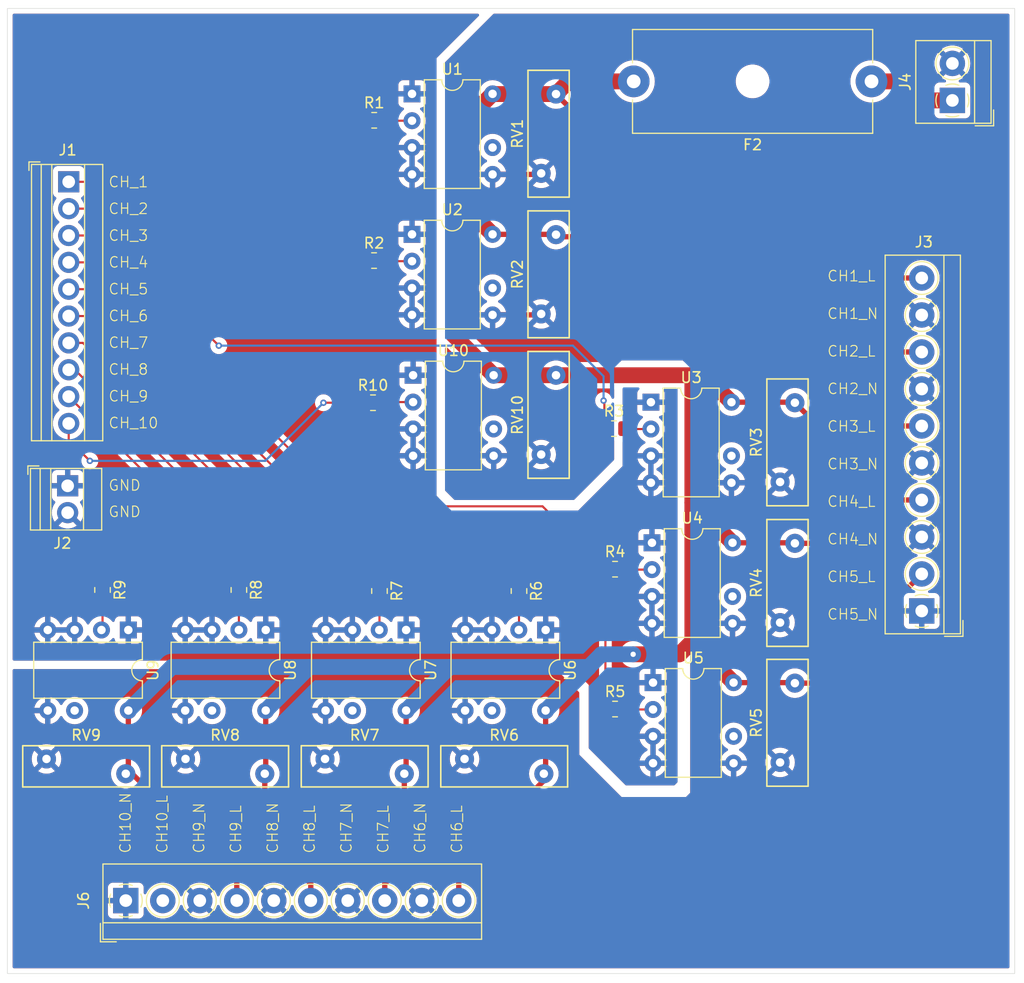
<source format=kicad_pcb>
(kicad_pcb (version 20240108) (generator "pcbnew") (generator_version "8.0")
  (layers (0 "F.Cu" signal) (31 "B.Cu" signal) (34 "B.Paste" user) (35 "F.Paste" user) (36 "B.SilkS" user "B.Silkscreen") (37 "F.SilkS" user "F.Silkscreen") (38 "B.Mask" user) (39 "F.Mask" user) (44 "Edge.Cuts" user))
  (net 0 "")
  (net 1 "/24VAC")
  (net 2 "/CTRL4")
  (net 3 "/CTRL10")
  (net 4 "/CTRL3")
  (net 5 "/CTRL9")
  (net 6 "/CTRL2")
  (net 7 "/CTRL7")
  (net 8 "/CTRL1")
  (net 9 "/CTRL5")
  (net 10 "/CTRL6")
  (net 11 "/CTRL8")
  (net 12 "GND")
  (net 13 "GNDA24")
  (net 14 "Net-(R1-Pad2)")
  (net 15 "Net-(R2-Pad2)")
  (net 16 "Net-(R3-Pad2)")
  (net 17 "Net-(R4-Pad2)")
  (net 18 "Net-(R5-Pad2)")
  (net 19 "Net-(R6-Pad2)")
  (net 20 "Net-(R7-Pad2)")
  (net 21 "Net-(R8-Pad2)")
  (net 22 "Net-(R9-Pad2)")
  (net 23 "Net-(R10-Pad2)")
  (net 34 "/24VACIN")
  (footprint "Varistor:RV_Disc_D12mm_W3.9mm_P7.5mm" (layer "F.Cu") (at 98.9 79.63 -90)
    (property "Reference" "RV5" (at 3.75 3.65 90) (layer "F.SilkS"))
    (property "Value" "48V")
    (pad "1" thru_hole circle (at 0 0 270) (size 1.8 1.8) (drill 0.8) (layers "*.Cu" "*.Mask") (net 1 "/24VAC"))
    (pad "2" thru_hole circle (at 7.5 1.4 270) (size 1.8 1.8) (drill 0.8) (layers "*.Cu" "*.Mask") (net 13 "GNDA24"))
  )
  (footprint "Package_DIP:DIP-8-N7_W7.62mm" (layer "F.Cu") (at 62.68 23.88)
    (property "Reference" "U1" (at 3.81 -2.33 0) (layer "F.SilkS"))
    (property "Value" "AQH3223")
    (pad "1" thru_hole rect (at 0 0) (size 1.6 1.6) (drill 0.8) (layers "*.Cu" "*.Mask") (net 12 "GND"))
    (pad "2" thru_hole oval (at 0 2.54) (size 1.6 1.6) (drill 0.8) (layers "*.Cu" "*.Mask") (net 14 "Net-(R1-Pad2)"))
    (pad "3" thru_hole oval (at 0 5.08) (size 1.6 1.6) (drill 0.8) (layers "*.Cu" "*.Mask") (net 12 "GND"))
    (pad "4" thru_hole oval (at 0 7.62) (size 1.6 1.6) (drill 0.8) (layers "*.Cu" "*.Mask") (net 12 "GND"))
    (pad "5" thru_hole oval (at 7.62 7.62) (size 1.6 1.6) (drill 0.8) (layers "*.Cu" "*.Mask") (net 13 "GNDA24"))
    (pad "6" thru_hole oval (at 7.62 5.08) (size 1.6 1.6) (drill 0.8) (layers "*.Cu" "*.Mask"))
    (pad "8" thru_hole oval (at 7.62 0) (size 1.6 1.6) (drill 0.8) (layers "*.Cu" "*.Mask") (net 1 "/24VAC"))
  )
  (footprint "Resistor_SMD:R_0805_2012Metric" (layer "F.Cu") (at 81.7875 55.55)
    (property "Reference" "R3" (at 0 -1.65 0) (layer "F.SilkS"))
    (property "Value" "100")
    (pad "1" smd roundrect (at -0.9125 0) (size 1.025 1.4) (layers "F.Cu" "F.Paste" "F.Mask") (roundrect_rratio 0.243902) (net 4 "/CTRL3"))
    (pad "2" smd roundrect (at 0.9125 0) (size 1.025 1.4) (layers "F.Cu" "F.Paste" "F.Mask") (roundrect_rratio 0.243902) (net 16 "Net-(R3-Pad2)"))
  )
  (footprint "Resistor_SMD:R_0805_2012Metric" (layer "F.Cu") (at 81.8875 68.85)
    (property "Reference" "R4" (at 0 -1.65 0) (layer "F.SilkS"))
    (property "Value" "100")
    (pad "1" smd roundrect (at -0.9125 0) (size 1.025 1.4) (layers "F.Cu" "F.Paste" "F.Mask") (roundrect_rratio 0.243902) (net 2 "/CTRL4"))
    (pad "2" smd roundrect (at 0.9125 0) (size 1.025 1.4) (layers "F.Cu" "F.Paste" "F.Mask") (roundrect_rratio 0.243902) (net 17 "Net-(R4-Pad2)"))
  )
  (footprint "Varistor:RV_Disc_D12mm_W3.9mm_P7.5mm" (layer "F.Cu") (at 76.3 23.9 -90)
    (property "Reference" "RV1" (at 3.75 3.65 90) (layer "F.SilkS"))
    (property "Value" "48V")
    (pad "1" thru_hole circle (at 0 0 270) (size 1.8 1.8) (drill 0.8) (layers "*.Cu" "*.Mask") (net 1 "/24VAC"))
    (pad "2" thru_hole circle (at 7.5 1.4 270) (size 1.8 1.8) (drill 0.8) (layers "*.Cu" "*.Mask") (net 13 "GNDA24"))
  )
  (footprint "Package_DIP:DIP-8-N7_W7.62mm" (layer "F.Cu") (at 62.68 37.17)
    (property "Reference" "U2" (at 3.81 -2.33 0) (layer "F.SilkS"))
    (property "Value" "AQH3223")
    (pad "1" thru_hole rect (at 0 0) (size 1.6 1.6) (drill 0.8) (layers "*.Cu" "*.Mask") (net 12 "GND"))
    (pad "2" thru_hole oval (at 0 2.54) (size 1.6 1.6) (drill 0.8) (layers "*.Cu" "*.Mask") (net 15 "Net-(R2-Pad2)"))
    (pad "3" thru_hole oval (at 0 5.08) (size 1.6 1.6) (drill 0.8) (layers "*.Cu" "*.Mask") (net 12 "GND"))
    (pad "4" thru_hole oval (at 0 7.62) (size 1.6 1.6) (drill 0.8) (layers "*.Cu" "*.Mask") (net 12 "GND"))
    (pad "5" thru_hole oval (at 7.62 7.62) (size 1.6 1.6) (drill 0.8) (layers "*.Cu" "*.Mask") (net 13 "GNDA24"))
    (pad "6" thru_hole oval (at 7.62 5.08) (size 1.6 1.6) (drill 0.8) (layers "*.Cu" "*.Mask"))
    (pad "8" thru_hole oval (at 7.62 0) (size 1.6 1.6) (drill 0.8) (layers "*.Cu" "*.Mask") (net 1 "/24VAC"))
  )
  (footprint "Varistor:RV_Disc_D12mm_W3.9mm_P7.5mm" (layer "F.Cu") (at 76.3 37.2 -90)
    (property "Reference" "RV2" (at 3.75 3.65 90) (layer "F.SilkS"))
    (property "Value" "48V")
    (pad "1" thru_hole circle (at 0 0 270) (size 1.8 1.8) (drill 0.8) (layers "*.Cu" "*.Mask") (net 1 "/24VAC"))
    (pad "2" thru_hole circle (at 7.5 1.4 270) (size 1.8 1.8) (drill 0.8) (layers "*.Cu" "*.Mask") (net 13 "GNDA24"))
  )
  (footprint "Package_DIP:DIP-8-N7_W7.62mm" (layer "F.Cu") (at 75.32 74.6 -90)
    (property "Reference" "U6" (at 3.81 -2.33 90) (layer "F.SilkS"))
    (property "Value" "AQH3223")
    (pad "1" thru_hole rect (at 0 0 270) (size 1.6 1.6) (drill 0.8) (layers "*.Cu" "*.Mask") (net 12 "GND"))
    (pad "2" thru_hole oval (at 0 2.54 270) (size 1.6 1.6) (drill 0.8) (layers "*.Cu" "*.Mask") (net 19 "Net-(R6-Pad2)"))
    (pad "3" thru_hole oval (at 0 5.08 270) (size 1.6 1.6) (drill 0.8) (layers "*.Cu" "*.Mask") (net 12 "GND"))
    (pad "4" thru_hole oval (at 0 7.62 270) (size 1.6 1.6) (drill 0.8) (layers "*.Cu" "*.Mask") (net 12 "GND"))
    (pad "5" thru_hole oval (at 7.62 7.62 270) (size 1.6 1.6) (drill 0.8) (layers "*.Cu" "*.Mask") (net 13 "GNDA24"))
    (pad "6" thru_hole oval (at 7.62 5.08 270) (size 1.6 1.6) (drill 0.8) (layers "*.Cu" "*.Mask"))
    (pad "8" thru_hole oval (at 7.62 0 270) (size 1.6 1.6) (drill 0.8) (layers "*.Cu" "*.Mask") (net 1 "/24VAC"))
  )
  (footprint "Package_DIP:DIP-8-N7_W7.62mm" (layer "F.Cu") (at 48.84 74.6 -90)
    (property "Reference" "U8" (at 3.81 -2.33 90) (layer "F.SilkS"))
    (property "Value" "AQH3223")
    (pad "1" thru_hole rect (at 0 0 270) (size 1.6 1.6) (drill 0.8) (layers "*.Cu" "*.Mask") (net 12 "GND"))
    (pad "2" thru_hole oval (at 0 2.54 270) (size 1.6 1.6) (drill 0.8) (layers "*.Cu" "*.Mask") (net 21 "Net-(R8-Pad2)"))
    (pad "3" thru_hole oval (at 0 5.08 270) (size 1.6 1.6) (drill 0.8) (layers "*.Cu" "*.Mask") (net 12 "GND"))
    (pad "4" thru_hole oval (at 0 7.62 270) (size 1.6 1.6) (drill 0.8) (layers "*.Cu" "*.Mask") (net 12 "GND"))
    (pad "5" thru_hole oval (at 7.62 7.62 270) (size 1.6 1.6) (drill 0.8) (layers "*.Cu" "*.Mask") (net 13 "GNDA24"))
    (pad "6" thru_hole oval (at 7.62 5.08 270) (size 1.6 1.6) (drill 0.8) (layers "*.Cu" "*.Mask"))
    (pad "8" thru_hole oval (at 7.62 0 270) (size 1.6 1.6) (drill 0.8) (layers "*.Cu" "*.Mask") (net 1 "/24VAC"))
  )
  (footprint "TerminalBlock:TerminalBlock_Xinya_XY308-2.54-10P_1x10_P2.54mm_Horizontal" (layer "F.Cu") (at 30.2 32.2 -90)
    (property "Reference" "J1" (at -3 0.1 180) (layer "F.SilkS"))
    (property "Value" "CONTROL_BUS")
    (pad "1" thru_hole rect (at 0 0 270) (size 2 2) (drill 1.2) (layers "*.Cu" "*.Mask") (net 8 "/CTRL1"))
    (pad "2" thru_hole circle (at 2.54 0 270) (size 2 2) (drill 1.2) (layers "*.Cu" "*.Mask") (net 6 "/CTRL2"))
    (pad "3" thru_hole circle (at 5.08 0 270) (size 2 2) (drill 1.2) (layers "*.Cu" "*.Mask") (net 4 "/CTRL3"))
    (pad "4" thru_hole circle (at 7.62 0 270) (size 2 2) (drill 1.2) (layers "*.Cu" "*.Mask") (net 2 "/CTRL4"))
    (pad "5" thru_hole circle (at 10.16 0 270) (size 2 2) (drill 1.2) (layers "*.Cu" "*.Mask") (net 9 "/CTRL5"))
    (pad "6" thru_hole circle (at 12.7 0 270) (size 2 2) (drill 1.2) (layers "*.Cu" "*.Mask") (net 10 "/CTRL6"))
    (pad "7" thru_hole circle (at 15.24 0 270) (size 2 2) (drill 1.2) (layers "*.Cu" "*.Mask") (net 7 "/CTRL7"))
    (pad "8" thru_hole circle (at 17.78 0 270) (size 2 2) (drill 1.2) (layers "*.Cu" "*.Mask") (net 11 "/CTRL8"))
    (pad "9" thru_hole circle (at 20.32 0 270) (size 2 2) (drill 1.2) (layers "*.Cu" "*.Mask") (net 5 "/CTRL9"))
    (pad "10" thru_hole circle (at 22.86 0 270) (size 2 2) (drill 1.2) (layers "*.Cu" "*.Mask") (net 3 "/CTRL10"))
  )
  (footprint "Package_DIP:DIP-8-N7_W7.62mm" (layer "F.Cu") (at 35.84 74.6 -90)
    (property "Reference" "U9" (at 3.81 -2.33 90) (layer "F.SilkS"))
    (property "Value" "AQH3223")
    (pad "1" thru_hole rect (at 0 0 270) (size 1.6 1.6) (drill 0.8) (layers "*.Cu" "*.Mask") (net 12 "GND"))
    (pad "2" thru_hole oval (at 0 2.54 270) (size 1.6 1.6) (drill 0.8) (layers "*.Cu" "*.Mask") (net 22 "Net-(R9-Pad2)"))
    (pad "3" thru_hole oval (at 0 5.08 270) (size 1.6 1.6) (drill 0.8) (layers "*.Cu" "*.Mask") (net 12 "GND"))
    (pad "4" thru_hole oval (at 0 7.62 270) (size 1.6 1.6) (drill 0.8) (layers "*.Cu" "*.Mask") (net 12 "GND"))
    (pad "5" thru_hole oval (at 7.62 7.62 270) (size 1.6 1.6) (drill 0.8) (layers "*.Cu" "*.Mask") (net 13 "GNDA24"))
    (pad "6" thru_hole oval (at 7.62 5.08 270) (size 1.6 1.6) (drill 0.8) (layers "*.Cu" "*.Mask"))
    (pad "8" thru_hole oval (at 7.62 0 270) (size 1.6 1.6) (drill 0.8) (layers "*.Cu" "*.Mask") (net 1 "/24VAC"))
  )
  (footprint "Package_DIP:DIP-8-N7_W7.62mm" (layer "F.Cu") (at 62.12 74.6 -90)
    (property "Reference" "U7" (at 3.81 -2.33 90) (layer "F.SilkS"))
    (property "Value" "AQH3223")
    (pad "1" thru_hole rect (at 0 0 270) (size 1.6 1.6) (drill 0.8) (layers "*.Cu" "*.Mask") (net 12 "GND"))
    (pad "2" thru_hole oval (at 0 2.54 270) (size 1.6 1.6) (drill 0.8) (layers "*.Cu" "*.Mask") (net 20 "Net-(R7-Pad2)"))
    (pad "3" thru_hole oval (at 0 5.08 270) (size 1.6 1.6) (drill 0.8) (layers "*.Cu" "*.Mask") (net 12 "GND"))
    (pad "4" thru_hole oval (at 0 7.62 270) (size 1.6 1.6) (drill 0.8) (layers "*.Cu" "*.Mask") (net 12 "GND"))
    (pad "5" thru_hole oval (at 7.62 7.62 270) (size 1.6 1.6) (drill 0.8) (layers "*.Cu" "*.Mask") (net 13 "GNDA24"))
    (pad "6" thru_hole oval (at 7.62 5.08 270) (size 1.6 1.6) (drill 0.8) (layers "*.Cu" "*.Mask"))
    (pad "8" thru_hole oval (at 7.62 0 270) (size 1.6 1.6) (drill 0.8) (layers "*.Cu" "*.Mask") (net 1 "/24VAC"))
  )
  (footprint "TerminalBlock_4Ucon:TerminalBlock_4Ucon_1x10_P3.50mm_Horizontal" (layer "F.Cu") (at 35.6 100.2)
    (property "Reference" "J6" (at -4 0 90) (layer "F.SilkS"))
    (property "Value" "SolenoidValveOutput6_10")
    (pad "1" thru_hole rect (at 0 0) (size 2.4 2.4) (drill 1.2) (layers "*.Cu" "*.Mask") (net 13 "GNDA24"))
    (pad "2" thru_hole circle (at 3.5 0) (size 2.4 2.4) (drill 1.2) (layers "*.Cu" "*.Mask") (net 1 "/24VAC"))
    (pad "3" thru_hole circle (at 7 0) (size 2.4 2.4) (drill 1.2) (layers "*.Cu" "*.Mask") (net 13 "GNDA24"))
    (pad "4" thru_hole circle (at 10.5 0) (size 2.4 2.4) (drill 1.2) (layers "*.Cu" "*.Mask") (net 1 "/24VAC"))
    (pad "5" thru_hole circle (at 14 0) (size 2.4 2.4) (drill 1.2) (layers "*.Cu" "*.Mask") (net 13 "GNDA24"))
    (pad "6" thru_hole circle (at 17.5 0) (size 2.4 2.4) (drill 1.2) (layers "*.Cu" "*.Mask") (net 1 "/24VAC"))
    (pad "7" thru_hole circle (at 21 0) (size 2.4 2.4) (drill 1.2) (layers "*.Cu" "*.Mask") (net 13 "GNDA24"))
    (pad "8" thru_hole circle (at 24.5 0) (size 2.4 2.4) (drill 1.2) (layers "*.Cu" "*.Mask") (net 1 "/24VAC"))
    (pad "9" thru_hole circle (at 28 0) (size 2.4 2.4) (drill 1.2) (layers "*.Cu" "*.Mask") (net 13 "GNDA24"))
    (pad "10" thru_hole circle (at 31.5 0) (size 2.4 2.4) (drill 1.2) (layers "*.Cu" "*.Mask") (net 1 "/24VAC"))
  )
  (footprint "Package_DIP:DIP-8-N7_W7.62mm" (layer "F.Cu") (at 62.78 50.5)
    (property "Reference" "U10" (at 3.81 -2.33 360) (layer "F.SilkS"))
    (property "Value" "AQH3223")
    (pad "1" thru_hole rect (at 0 0) (size 1.6 1.6) (drill 0.8) (layers "*.Cu" "*.Mask") (net 12 "GND"))
    (pad "2" thru_hole oval (at 0 2.54) (size 1.6 1.6) (drill 0.8) (layers "*.Cu" "*.Mask") (net 23 "Net-(R10-Pad2)"))
    (pad "3" thru_hole oval (at 0 5.08) (size 1.6 1.6) (drill 0.8) (layers "*.Cu" "*.Mask") (net 12 "GND"))
    (pad "4" thru_hole oval (at 0 7.62) (size 1.6 1.6) (drill 0.8) (layers "*.Cu" "*.Mask") (net 12 "GND"))
    (pad "5" thru_hole oval (at 7.62 7.62) (size 1.6 1.6) (drill 0.8) (layers "*.Cu" "*.Mask") (net 13 "GNDA24"))
    (pad "6" thru_hole oval (at 7.62 5.08) (size 1.6 1.6) (drill 0.8) (layers "*.Cu" "*.Mask"))
    (pad "8" thru_hole oval (at 7.62 0) (size 1.6 1.6) (drill 0.8) (layers "*.Cu" "*.Mask") (net 1 "/24VAC"))
  )
  (footprint "Varistor:RV_Disc_D12mm_W3.9mm_P7.5mm" (layer "F.Cu") (at 98.9 66.4 -90)
    (property "Reference" "RV4" (at 3.75 3.65 90) (layer "F.SilkS"))
    (property "Value" "48V")
    (pad "1" thru_hole circle (at 0 0 270) (size 1.8 1.8) (drill 0.8) (layers "*.Cu" "*.Mask") (net 1 "/24VAC"))
    (pad "2" thru_hole circle (at 7.5 1.4 270) (size 1.8 1.8) (drill 0.8) (layers "*.Cu" "*.Mask") (net 13 "GNDA24"))
  )
  (footprint "Varistor:RV_Disc_D12mm_W3.9mm_P7.5mm" (layer "F.Cu") (at 61.95 88.2 180)
    (property "Reference" "RV7" (at 3.75 3.65 360) (layer "F.SilkS"))
    (property "Value" "48V")
    (pad "1" thru_hole circle (at 0 0 180) (size 1.8 1.8) (drill 0.8) (layers "*.Cu" "*.Mask") (net 1 "/24VAC"))
    (pad "2" thru_hole circle (at 7.5 1.4 180) (size 1.8 1.8) (drill 0.8) (layers "*.Cu" "*.Mask") (net 13 "GNDA24"))
  )
  (footprint "Resistor_SMD:R_0805_2012Metric" (layer "F.Cu") (at 58.9875 53.1)
    (property "Reference" "R10" (at 0 -1.65 0) (layer "F.SilkS"))
    (property "Value" "100")
    (pad "1" smd roundrect (at -0.9125 0) (size 1.025 1.4) (layers "F.Cu" "F.Paste" "F.Mask") (roundrect_rratio 0.243902) (net 3 "/CTRL10"))
    (pad "2" smd roundrect (at 0.9125 0) (size 1.025 1.4) (layers "F.Cu" "F.Paste" "F.Mask") (roundrect_rratio 0.243902) (net 23 "Net-(R10-Pad2)"))
  )
  (footprint "Varistor:RV_Disc_D12mm_W3.9mm_P7.5mm" (layer "F.Cu") (at 76.3 50.5 -90)
    (property "Reference" "RV10" (at 3.75 3.65 90) (layer "F.SilkS"))
    (property "Value" "48V")
    (pad "1" thru_hole circle (at 0 0 270) (size 1.8 1.8) (drill 0.8) (layers "*.Cu" "*.Mask") (net 1 "/24VAC"))
    (pad "2" thru_hole circle (at 7.5 1.4 270) (size 1.8 1.8) (drill 0.8) (layers "*.Cu" "*.Mask") (net 13 "GNDA24"))
  )
  (footprint "Resistor_SMD:R_0805_2012Metric" (layer "F.Cu") (at 59.1 26.38)
    (property "Reference" "R1" (at 0 -1.65 0) (layer "F.SilkS"))
    (property "Value" "100")
    (pad "1" smd roundrect (at -0.9125 0) (size 1.025 1.4) (layers "F.Cu" "F.Paste" "F.Mask") (roundrect_rratio 0.243902) (net 8 "/CTRL1"))
    (pad "2" smd roundrect (at 0.9125 0) (size 1.025 1.4) (layers "F.Cu" "F.Paste" "F.Mask") (roundrect_rratio 0.243902) (net 14 "Net-(R1-Pad2)"))
  )
  (footprint "Fuse:Fuseholder_Cylinder-5x20mm_Schurter_0031_8201_Horizontal_Open" (layer "F.Cu") (at 106.15 22.7 180)
    (property "Reference" "F2" (at 11.25 -6 360) (layer "F.SilkS"))
    (property "Value" "3A")
    (pad "" np_thru_hole circle (at 11.25 0 180) (size 2.7 2.7) (drill 2.7) (layers "*.Cu" "*.Mask"))
    (pad "1" thru_hole circle (at 0 0 180) (size 3 3) (drill 1.3) (layers "*.Cu" "*.Mask") (net 34 "/24VACIN"))
    (pad "2" thru_hole circle (at 22.5 0 180) (size 3 3) (drill 1.3) (layers "*.Cu" "*.Mask") (net 1 "/24VAC"))
  )
  (footprint "Resistor_SMD:R_0805_2012Metric" (layer "F.Cu") (at 46.3 70.8125 -90)
    (property "Reference" "R8" (at 0 -1.65 90) (layer "F.SilkS"))
    (property "Value" "100")
    (pad "1" smd roundrect (at -0.9125 0 270) (size 1.025 1.4) (layers "F.Cu" "F.Paste" "F.Mask") (roundrect_rratio 0.243902) (net 11 "/CTRL8"))
    (pad "2" smd roundrect (at 0.9125 0 270) (size 1.025 1.4) (layers "F.Cu" "F.Paste" "F.Mask") (roundrect_rratio 0.243902) (net 21 "Net-(R8-Pad2)"))
  )
  (footprint "Resistor_SMD:R_0805_2012Metric" (layer "F.Cu") (at 59.6 70.9125 -90)
    (property "Reference" "R7" (at 0 -1.65 90) (layer "F.SilkS"))
    (property "Value" "100")
    (pad "1" smd roundrect (at -0.9125 0 270) (size 1.025 1.4) (layers "F.Cu" "F.Paste" "F.Mask") (roundrect_rratio 0.243902) (net 7 "/CTRL7"))
    (pad "2" smd roundrect (at 0.9125 0 270) (size 1.025 1.4) (layers "F.Cu" "F.Paste" "F.Mask") (roundrect_rratio 0.243902) (net 20 "Net-(R7-Pad2)"))
  )
  (footprint "Resistor_SMD:R_0805_2012Metric" (layer "F.Cu") (at 33.4 70.8125 -90)
    (property "Reference" "R9" (at 0 -1.65 90) (layer "F.SilkS"))
    (property "Value" "100")
    (pad "1" smd roundrect (at -0.9125 0 270) (size 1.025 1.4) (layers "F.Cu" "F.Paste" "F.Mask") (roundrect_rratio 0.243902) (net 5 "/CTRL9"))
    (pad "2" smd roundrect (at 0.9125 0 270) (size 1.025 1.4) (layers "F.Cu" "F.Paste" "F.Mask") (roundrect_rratio 0.243902) (net 22 "Net-(R9-Pad2)"))
  )
  (footprint "TerminalBlock_4Ucon:TerminalBlock_4Ucon_1x10_P3.50mm_Horizontal" (layer "F.Cu") (at 110.9 72.8 90)
    (property "Reference" "J3" (at 34.9 0.2 180) (layer "F.SilkS"))
    (property "Value" "SolenoidValveOutput1_5")
    (pad "1" thru_hole rect (at 0 0 90) (size 2.4 2.4) (drill 1.2) (layers "*.Cu" "*.Mask") (net 13 "GNDA24"))
    (pad "2" thru_hole circle (at 3.5 0 90) (size 2.4 2.4) (drill 1.2) (layers "*.Cu" "*.Mask") (net 1 "/24VAC"))
    (pad "3" thru_hole circle (at 7 0 90) (size 2.4 2.4) (drill 1.2) (layers "*.Cu" "*.Mask") (net 13 "GNDA24"))
    (pad "4" thru_hole circle (at 10.5 0 90) (size 2.4 2.4) (drill 1.2) (layers "*.Cu" "*.Mask") (net 1 "/24VAC"))
    (pad "5" thru_hole circle (at 14 0 90) (size 2.4 2.4) (drill 1.2) (layers "*.Cu" "*.Mask") (net 13 "GNDA24"))
    (pad "6" thru_hole circle (at 17.5 0 90) (size 2.4 2.4) (drill 1.2) (layers "*.Cu" "*.Mask") (net 1 "/24VAC"))
    (pad "7" thru_hole circle (at 21 0 90) (size 2.4 2.4) (drill 1.2) (layers "*.Cu" "*.Mask") (net 13 "GNDA24"))
    (pad "8" thru_hole circle (at 24.5 0 90) (size 2.4 2.4) (drill 1.2) (layers "*.Cu" "*.Mask") (net 1 "/24VAC"))
    (pad "9" thru_hole circle (at 28 0 90) (size 2.4 2.4) (drill 1.2) (layers "*.Cu" "*.Mask") (net 13 "GNDA24"))
    (pad "10" thru_hole circle (at 31.5 0 90) (size 2.4 2.4) (drill 1.2) (layers "*.Cu" "*.Mask") (net 1 "/24VAC"))
  )
  (footprint "Resistor_SMD:R_0805_2012Metric" (layer "F.Cu") (at 81.8875 82.08)
    (property "Reference" "R5" (at 0 -1.65 0) (layer "F.SilkS"))
    (property "Value" "100")
    (pad "1" smd roundrect (at -0.9125 0) (size 1.025 1.4) (layers "F.Cu" "F.Paste" "F.Mask") (roundrect_rratio 0.243902) (net 9 "/CTRL5"))
    (pad "2" smd roundrect (at 0.9125 0) (size 1.025 1.4) (layers "F.Cu" "F.Paste" "F.Mask") (roundrect_rratio 0.243902) (net 18 "Net-(R5-Pad2)"))
  )
  (footprint "Varistor:RV_Disc_D12mm_W3.9mm_P7.5mm" (layer "F.Cu") (at 48.75 88.2 180)
    (property "Reference" "RV8" (at 3.75 3.65 360) (layer "F.SilkS"))
    (property "Value" "48V")
    (pad "1" thru_hole circle (at 0 0 180) (size 1.8 1.8) (drill 0.8) (layers "*.Cu" "*.Mask") (net 1 "/24VAC"))
    (pad "2" thru_hole circle (at 7.5 1.4 180) (size 1.8 1.8) (drill 0.8) (layers "*.Cu" "*.Mask") (net 13 "GNDA24"))
  )
  (footprint "Resistor_SMD:R_0805_2012Metric" (layer "F.Cu") (at 59.0875 39.65)
    (property "Reference" "R2" (at 0 -1.65 0) (layer "F.SilkS"))
    (property "Value" "100")
    (pad "1" smd roundrect (at -0.9125 0) (size 1.025 1.4) (layers "F.Cu" "F.Paste" "F.Mask") (roundrect_rratio 0.243902) (net 6 "/CTRL2"))
    (pad "2" smd roundrect (at 0.9125 0) (size 1.025 1.4) (layers "F.Cu" "F.Paste" "F.Mask") (roundrect_rratio 0.243902) (net 15 "Net-(R2-Pad2)"))
  )
  (footprint "Varistor:RV_Disc_D12mm_W3.9mm_P7.5mm" (layer "F.Cu") (at 98.9 53.1 -90)
    (property "Reference" "RV3" (at 3.75 3.65 90) (layer "F.SilkS"))
    (property "Value" "48V")
    (pad "1" thru_hole circle (at 0 0 270) (size 1.8 1.8) (drill 0.8) (layers "*.Cu" "*.Mask") (net 1 "/24VAC"))
    (pad "2" thru_hole circle (at 7.5 1.4 270) (size 1.8 1.8) (drill 0.8) (layers "*.Cu" "*.Mask") (net 13 "GNDA24"))
  )
  (footprint "Varistor:RV_Disc_D12mm_W3.9mm_P7.5mm" (layer "F.Cu") (at 75.15 88.2 180)
    (property "Reference" "RV6" (at 3.75 3.65 360) (layer "F.SilkS"))
    (property "Value" "48V")
    (pad "1" thru_hole circle (at 0 0 180) (size 1.8 1.8) (drill 0.8) (layers "*.Cu" "*.Mask") (net 1 "/24VAC"))
    (pad "2" thru_hole circle (at 7.5 1.4 180) (size 1.8 1.8) (drill 0.8) (layers "*.Cu" "*.Mask") (net 13 "GNDA24"))
  )
  (footprint "Resistor_SMD:R_0805_2012Metric" (layer "F.Cu") (at 72.8 70.9125 -90)
    (property "Reference" "R6" (at 0 -1.65 90) (layer "F.SilkS"))
    (property "Value" "100")
    (pad "1" smd roundrect (at -0.9125 0 270) (size 1.025 1.4) (layers "F.Cu" "F.Paste" "F.Mask") (roundrect_rratio 0.243902) (net 10 "/CTRL6"))
    (pad "2" smd roundrect (at 0.9125 0 270) (size 1.025 1.4) (layers "F.Cu" "F.Paste" "F.Mask") (roundrect_rratio 0.243902) (net 19 "Net-(R6-Pad2)"))
  )
  (footprint "Package_DIP:DIP-8-N7_W7.62mm" (layer "F.Cu") (at 85.28 53.05)
    (property "Reference" "U3" (at 3.81 -2.33 0) (layer "F.SilkS"))
    (property "Value" "AQH3223")
    (pad "1" thru_hole rect (at 0 0) (size 1.6 1.6) (drill 0.8) (layers "*.Cu" "*.Mask") (net 12 "GND"))
    (pad "2" thru_hole oval (at 0 2.54) (size 1.6 1.6) (drill 0.8) (layers "*.Cu" "*.Mask") (net 16 "Net-(R3-Pad2)"))
    (pad "3" thru_hole oval (at 0 5.08) (size 1.6 1.6) (drill 0.8) (layers "*.Cu" "*.Mask") (net 12 "GND"))
    (pad "4" thru_hole oval (at 0 7.62) (size 1.6 1.6) (drill 0.8) (layers "*.Cu" "*.Mask") (net 12 "GND"))
    (pad "5" thru_hole oval (at 7.62 7.62) (size 1.6 1.6) (drill 0.8) (layers "*.Cu" "*.Mask") (net 13 "GNDA24"))
    (pad "6" thru_hole oval (at 7.62 5.08) (size 1.6 1.6) (drill 0.8) (layers "*.Cu" "*.Mask"))
    (pad "8" thru_hole oval (at 7.62 0) (size 1.6 1.6) (drill 0.8) (layers "*.Cu" "*.Mask") (net 1 "/24VAC"))
  )
  (footprint "TerminalBlock_4Ucon:TerminalBlock_4Ucon_1x02_P3.50mm_Horizontal" (layer "F.Cu") (at 113.8 24.5 90)
    (property "Reference" "J4" (at 1.75 -4.46 90) (layer "F.SilkS"))
    (property "Value" "24VAC")
    (pad "1" thru_hole rect (at 0 0 90) (size 2.4 2.4) (drill 1.2) (layers "*.Cu" "*.Mask") (net 34 "/24VACIN"))
    (pad "2" thru_hole circle (at 3.5 0 90) (size 2.4 2.4) (drill 1.2) (layers "*.Cu" "*.Mask") (net 13 "GNDA24"))
  )
  (footprint "Varistor:RV_Disc_D12mm_W3.9mm_P7.5mm" (layer "F.Cu") (at 35.6 88.2 180)
    (property "Reference" "RV9" (at 3.75 3.65 360) (layer "F.SilkS"))
    (property "Value" "48V")
    (pad "1" thru_hole circle (at 0 0 180) (size 1.8 1.8) (drill 0.8) (layers "*.Cu" "*.Mask") (net 1 "/24VAC"))
    (pad "2" thru_hole circle (at 7.5 1.4 180) (size 1.8 1.8) (drill 0.8) (layers "*.Cu" "*.Mask") (net 13 "GNDA24"))
  )
  (footprint "Package_DIP:DIP-8-N7_W7.62mm" (layer "F.Cu") (at 85.38 66.35)
    (property "Reference" "U4" (at 3.81 -2.33 0) (layer "F.SilkS"))
    (property "Value" "AQH3223")
    (pad "1" thru_hole rect (at 0 0) (size 1.6 1.6) (drill 0.8) (layers "*.Cu" "*.Mask") (net 12 "GND"))
    (pad "2" thru_hole oval (at 0 2.54) (size 1.6 1.6) (drill 0.8) (layers "*.Cu" "*.Mask") (net 17 "Net-(R4-Pad2)"))
    (pad "3" thru_hole oval (at 0 5.08) (size 1.6 1.6) (drill 0.8) (layers "*.Cu" "*.Mask") (net 12 "GND"))
    (pad "4" thru_hole oval (at 0 7.62) (size 1.6 1.6) (drill 0.8) (layers "*.Cu" "*.Mask") (net 12 "GND"))
    (pad "5" thru_hole oval (at 7.62 7.62) (size 1.6 1.6) (drill 0.8) (layers "*.Cu" "*.Mask") (net 13 "GNDA24"))
    (pad "6" thru_hole oval (at 7.62 5.08) (size 1.6 1.6) (drill 0.8) (layers "*.Cu" "*.Mask"))
    (pad "8" thru_hole oval (at 7.62 0) (size 1.6 1.6) (drill 0.8) (layers "*.Cu" "*.Mask") (net 1 "/24VAC"))
  )
  (footprint "Package_DIP:DIP-8-N7_W7.62mm" (layer "F.Cu") (at 85.48 79.58)
    (property "Reference" "U5" (at 3.81 -2.33 0) (layer "F.SilkS"))
    (property "Value" "AQH3223")
    (pad "1" thru_hole rect (at 0 0) (size 1.6 1.6) (drill 0.8) (layers "*.Cu" "*.Mask") (net 12 "GND"))
    (pad "2" thru_hole oval (at 0 2.54) (size 1.6 1.6) (drill 0.8) (layers "*.Cu" "*.Mask") (net 18 "Net-(R5-Pad2)"))
    (pad "3" thru_hole oval (at 0 5.08) (size 1.6 1.6) (drill 0.8) (layers "*.Cu" "*.Mask") (net 12 "GND"))
    (pad "4" thru_hole oval (at 0 7.62) (size 1.6 1.6) (drill 0.8) (layers "*.Cu" "*.Mask") (net 12 "GND"))
    (pad "5" thru_hole oval (at 7.62 7.62) (size 1.6 1.6) (drill 0.8) (layers "*.Cu" "*.Mask") (net 13 "GNDA24"))
    (pad "6" thru_hole oval (at 7.62 5.08) (size 1.6 1.6) (drill 0.8) (layers "*.Cu" "*.Mask"))
    (pad "8" thru_hole oval (at 7.62 0) (size 1.6 1.6) (drill 0.8) (layers "*.Cu" "*.Mask") (net 1 "/24VAC"))
  )
  (footprint "TerminalBlock:TerminalBlock_Xinya_XY308-2.54-2P_1x02_P2.54mm_Horizontal" (layer "F.Cu") (at 30.1 60.96 -90)
    (property "Reference" "J2" (at 5.44 0.5 180) (layer "F.SilkS"))
    (property "Value" "GND")
    (pad "1" thru_hole rect (at 0 0 270) (size 2 2) (drill 1.2) (layers "*.Cu" "*.Mask") (net 12 "GND"))
    (pad "2" thru_hole circle (at 2.54 0 270) (size 2 2) (drill 1.2) (layers "*.Cu" "*.Mask") (net 12 "GND"))
  )
  (gr_rect (start 24.4 15.8) (end 119.7 107.1) (stroke (width 0.05)) (fill none) (layer "Edge.Cuts"))
  (gr_text "CH_8" (at 33.9 50.533331 0) (layer "F.SilkS") (effects (font (size 1 1) (thickness 0.1)) (justify left bottom)))
  (gr_text "CH7_N" (at 57.048145 95.8 90) (layer "F.SilkS") (effects (font (size 1 1) (thickness 0.1)) (justify left bottom)))
  (gr_text "CH_9" (at 33.9 53.066664 0) (layer "F.SilkS") (effects (font (size 1 1) (thickness 0.1)) (justify left bottom)))
  (gr_text "CH10_N" (at 36.144445 95.8 90) (layer "F.SilkS") (effects (font (size 1 1) (thickness 0.1)) (justify left bottom)))
  (gr_text "CH_5" (at 33.9 42.933332 0) (layer "F.SilkS") (effects (font (size 1 1) (thickness 0.1)) (justify left bottom)))
  (gr_text "CH_1" (at 33.9 32.8 0) (layer "F.SilkS") (effects (font (size 1 1) (thickness 0.1)) (justify left bottom)))
  (gr_text "CH7_L" (at 60.532095 95.8 90) (layer "F.SilkS") (effects (font (size 1 1) (thickness 0.1)) (justify left bottom)))
  (gr_text "CH9_L" (at 46.596295 95.8 90) (layer "F.SilkS") (effects (font (size 1 1) (thickness 0.1)) (justify left bottom)))
  (gr_text "CH_3" (at 33.9 37.866666 0) (layer "F.SilkS") (effects (font (size 1 1) (thickness 0.1)) (justify left bottom)))
  (gr_text "CH_10" (at 33.9 55.6 0) (layer "F.SilkS") (effects (font (size 1 1) (thickness 0.1)) (justify left bottom)))
  (gr_text "CH2_L" (at 101.9 48.81111 0) (layer "F.SilkS") (effects (font (size 1 1) (thickness 0.1)) (justify left bottom)))
  (gr_text "CH1_L" (at 101.9 41.7 0) (layer "F.SilkS") (effects (font (size 1 1) (thickness 0.1)) (justify left bottom)))
  (gr_text "CH2_N" (at 101.9 52.366665 0) (layer "F.SilkS") (effects (font (size 1 1) (thickness 0.1)) (justify left bottom)))
  (gr_text "CH_2" (at 33.9 35.333333 0) (layer "F.SilkS") (effects (font (size 1 1) (thickness 0.1)) (justify left bottom)))
  (gr_text "GND" (at 33.9 61.5 0) (layer "F.SilkS") (effects (font (size 1 1) (thickness 0.1)) (justify left bottom)))
  (gr_text "CH4_L" (at 101.9 63.03333 0) (layer "F.SilkS") (effects (font (size 1 1) (thickness 0.1)) (justify left bottom)))
  (gr_text "CH_6" (at 33.9 45.466665 0) (layer "F.SilkS") (effects (font (size 1 1) (thickness 0.1)) (justify left bottom)))
  (gr_text "CH5_N" (at 101.9 73.7 0) (layer "F.SilkS") (effects (font (size 1 1) (thickness 0.1)) (justify left bottom)))
  (gr_text "CH_4" (at 33.9 40.399999 0) (layer "F.SilkS") (effects (font (size 1 1) (thickness 0.1)) (justify left bottom)))
  (gr_text "CH9_N" (at 43.112345 95.8 90) (layer "F.SilkS") (effects (font (size 1 1) (thickness 0.1)) (justify left bottom)))
  (gr_text "CH6_L" (at 67.5 95.8 90) (layer "F.SilkS") (effects (font (size 1 1) (thickness 0.1)) (justify left bottom)))
  (gr_text "GND" (at 33.9 64 0) (layer "F.SilkS") (effects (font (size 1 1) (thickness 0.1)) (justify left bottom)))
  (gr_text "CH4_N" (at 101.9 66.588885 0) (layer "F.SilkS") (effects (font (size 1 1) (thickness 0.1)) (justify left bottom)))
  (gr_text "CH5_L" (at 101.9 70.14444 0) (layer "F.SilkS") (effects (font (size 1 1) (thickness 0.1)) (justify left bottom)))
  (gr_text "CH3_L" (at 101.9 55.92222 0) (layer "F.SilkS") (effects (font (size 1 1) (thickness 0.1)) (justify left bottom)))
  (gr_text "CH1_N" (at 101.9 45.255555 0) (layer "F.SilkS") (effects (font (size 1 1) (thickness 0.1)) (justify left bottom)))
  (gr_text "CH_7" (at 33.9 47.999998 0) (layer "F.SilkS") (effects (font (size 1 1) (thickness 0.1)) (justify left bottom)))
  (gr_text "CH6_N" (at 64.016045 95.8 90) (layer "F.SilkS") (effects (font (size 1 1) (thickness 0.1)) (justify left bottom)))
  (gr_text "CH10_L" (at 39.628395 95.8 90) (layer "F.SilkS") (effects (font (size 1 1) (thickness 0.1)) (justify left bottom)))
  (gr_text "CH3_N" (at 101.9 59.477775 0) (layer "F.SilkS") (effects (font (size 1 1) (thickness 0.1)) (justify left bottom)))
  (gr_text "CH8_L" (at 53.564195 95.8 90) (layer "F.SilkS") (effects (font (size 1 1) (thickness 0.1)) (justify left bottom)))
  (gr_text "CH8_N" (at 50.080245 95.8 90) (layer "F.SilkS") (effects (font (size 1 1) (thickness 0.1)) (justify left bottom)))
  (segment (start 90.35 50.5) (end 92.9 53.05) (width 1.5) (layer "F.Cu") (net 1))
  (segment (start 61.95 88.2) (end 61.95 96.75) (width 0.5) (layer "F.Cu") (net 1))
  (segment (start 89.2 62.55) (end 89.2 75.68) (width 1.5) (layer "F.Cu") (net 1))
  (segment (start 98.85 66.35) (end 98.9 66.4) (width 0.5) (layer "F.Cu") (net 1))
  (segment (start 104.3 66.4) (end 108.4 62.3) (width 0.5) (layer "F.Cu") (net 1))
  (segment (start 66.6 33.47) (end 66.6 46.7) (width 1.5) (layer "F.Cu") (net 1))
  (segment (start 35.84 87.96) (end 35.6 88.2) (width 0.5) (layer "F.Cu") (net 1))
  (segment (start 70.3 23.88) (end 66.6 27.58) (width 1.5) (layer "F.Cu") (net 1))
  (segment (start 66.6 27.58) (end 66.6 33.47) (width 1.5) (layer "F.Cu") (net 1))
  (segment (start 70.32 23.9) (end 70.3 23.88) (width 1.5) (layer "F.Cu") (net 1))
  (segment (start 89.2 62.55) (end 93 66.35) (width 1.5) (layer "F.Cu") (net 1))
  (segment (start 76.5 37.4) (end 84.2 37.4) (width 0.5) (layer "F.Cu") (net 1))
  (segment (start 62.12 88.03) (end 61.95 88.2) (width 0.5) (layer "F.Cu") (net 1))
  (segment (start 70.4 50.5) (end 76.3 50.5) (width 1.5) (layer "F.Cu") (net 1))
  (segment (start 70.3 37.17) (end 76.27 37.17) (width 0.5) (layer "F.Cu") (net 1))
  (segment (start 75.32 82.22) (end 75.32 88.03) (width 0.5) (layer "F.Cu") (net 1))
  (segment (start 98.9 53.1) (end 101.1 55.3) (width 0.5) (layer "F.Cu") (net 1))
  (segment (start 48.75 94.25) (end 53.1 98.6) (width 0.5) (layer "F.Cu") (net 1))
  (segment (start 76.3 23.9) (end 93.7 41.3) (width 0.5) (layer "F.Cu") (net 1))
  (segment (start 89.2 75.68) (end 93.1 79.58) (width 1.5) (layer "F.Cu") (net 1))
  (segment (start 90.35 50.5) (end 89.2 50.5) (width 1.5) (layer "F.Cu") (net 1))
  (segment (start 66.6 46.7) (end 70.4 50.5) (width 1.5) (layer "F.Cu") (net 1))
  (segment (start 93.1 79.58) (end 98.85 79.58) (width 0.5) (layer "F.Cu") (net 1))
  (segment (start 108.4 62.3) (end 110.9 62.3) (width 0.5) (layer "F.Cu") (net 1))
  (segment (start 76.27 37.17) (end 76.3 37.2) (width 0.5) (layer "F.Cu") (net 1))
  (segment (start 35.84 82.22) (end 35.84 87.96) (width 0.5) (layer "F.Cu") (net 1))
  (segment (start 77.5 22.7) (end 76.3 23.9) (width 1.5) (layer "F.Cu") (net 1))
  (segment (start 48.84 88.11) (end 48.75 88.2) (width 0.5) (layer "F.Cu") (net 1))
  (segment (start 62.12 82.22) (end 62.12 88.03) (width 0.5) (layer "F.Cu") (net 1))
  (segment (start 53.1 98.6) (end 53.1 100.2) (width 0.5) (layer "F.Cu") (net 1))
  (segment (start 75.32 88.03) (end 75.15 88.2) (width 0.5) (layer "F.Cu") (net 1))
  (segment (start 75.15 88.2) (end 75.15 88.85) (width 0.5) (layer "F.Cu") (net 1))
  (segment (start 46.1 98.1) (end 46.1 100.2) (width 0.5) (layer "F.Cu") (net 1))
  (segment (start 36.2 88.2) (end 46.1 98.1) (width 0.5) (layer "F.Cu") (net 1))
  (segment (start 89.2 75.68) (end 87.98 76.9) (width 1.5) (layer "F.Cu") (net 1))
  (segment (start 98.85 79.58) (end 98.9 79.63) (width 0.5) (layer "F.Cu") (net 1))
  (segment (start 93.7 41.3) (end 110.9 41.3) (width 0.5) (layer "F.Cu") (net 1))
  (segment (start 100.57 79.63) (end 110.9 69.3) (width 0.5) (layer "F.Cu") (net 1))
  (segment (start 48.84 82.22) (end 48.84 88.11) (width 0.5) (layer "F.Cu") (net 1))
  (segment (start 75.15 88.85) (end 67.1 96.9) (width 0.5) (layer "F.Cu") (net 1))
  (segment (start 93 66.35) (end 98.85 66.35) (width 0.5) (layer "F.Cu") (net 1))
  (segment (start 35.6 88.2) (end 36.2 88.2) (width 0.5) (layer "F.Cu") (net 1))
  (segment (start 67.1 96.9) (end 67.1 100.2) (width 0.5) (layer "F.Cu") (net 1))
  (segment (start 95.1 48.3) (end 110.9 48.3) (width 0.5) (layer "F.Cu") (net 1))
  (segment (start 83.65 22.7) (end 77.5 22.7) (width 1.5) (layer "F.Cu") (net 1))
  (segment (start 98.9 79.63) (end 100.57 79.63) (width 0.5) (layer "F.Cu") (net 1))
  (segment (start 101.1 55.3) (end 110.9 55.3) (width 0.5) (layer "F.Cu") (net 1))
  (segment (start 76.28 23.88) (end 76.3 23.9) (width 0.5) (layer "F.Cu") (net 1))
  (segment (start 92.9 53.05) (end 98.85 53.05) (width 0.5) (layer "F.Cu") (net 1))
  (segment (start 87.98 76.9) (end 83.6 76.9) (width 1.5) (layer "F.Cu") (net 1))
  (segment (start 84.2 37.4) (end 95.1 48.3) (width 0.5) (layer "F.Cu") (net 1))
  (segment (start 76.3 50.5) (end 90.35 50.5) (width 1.5) (layer "F.Cu") (net 1))
  (segment (start 60.1 98.6) (end 60.1 100.2) (width 0.5) (layer "F.Cu") (net 1))
  (segment (start 76.3 23.9) (end 70.32 23.9) (width 1.5) (layer "F.Cu") (net 1))
  (segment (start 66.6 33.47) (end 70.3 37.17) (width 1.5) (layer "F.Cu") (net 1))
  (segment (start 48.75 88.2) (end 48.75 94.25) (width 0.5) (layer "F.Cu") (net 1))
  (segment (start 76.3 37.2) (end 76.5 37.4) (width 0.5) (layer "F.Cu") (net 1))
  (segment (start 61.95 96.75) (end 60.1 98.6) (width 0.5) (layer "F.Cu") (net 1))
  (segment (start 98.9 66.4) (end 104.3 66.4) (width 0.5) (layer "F.Cu") (net 1))
  (segment (start 98.85 53.05) (end 98.9 53.1) (width 0.5) (layer "F.Cu") (net 1))
  (segment (start 89.2 50.5) (end 89.2 62.55) (width 1.5) (layer "F.Cu") (net 1))
  (via (at 83.6 76.9) (size 0.725) (drill 0.5) (layers "F.Cu" "B.Cu") (net 1))
  (segment (start 80.6 76.9) (end 79.4 78.1) (width 1.5) (layer "B.Cu") (net 1))
  (segment (start 66.24 78.1) (end 62.12 82.22) (width 1.5) (layer "B.Cu") (net 1))
  (segment (start 83.6 76.9) (end 80.6 76.9) (width 1.5) (layer "B.Cu") (net 1))
  (segment (start 52.96 78.1) (end 48.84 82.22) (width 1.5) (layer "B.Cu") (net 1))
  (segment (start 79.4 78.1) (end 79.4 78.14) (width 1.5) (layer "B.Cu") (net 1))
  (segment (start 52.96 78.1) (end 39.96 78.1) (width 1.5) (layer "B.Cu") (net 1))
  (segment (start 79.4 78.1) (end 66.24 78.1) (width 1.5) (layer "B.Cu") (net 1))
  (segment (start 39.96 78.1) (end 35.84 82.22) (width 1.5) (layer "B.Cu") (net 1))
  (segment (start 66.24 78.1) (end 52.96 78.1) (width 1.5) (layer "B.Cu") (net 1))
  (segment (start 79.4 78.14) (end 75.32 82.22) (width 1.5) (layer "B.Cu") (net 1))
  (segment (start 33.42 39.82) (end 56.5 62.9) (width 0.2) (layer "F.Cu") (net 2))
  (segment (start 30.2 39.82) (end 33.42 39.82) (width 0.2) (layer "F.Cu") (net 2))
  (segment (start 75.025 62.9) (end 80.975 68.85) (width 0.2) (layer "F.Cu") (net 2))
  (segment (start 56.5 62.9) (end 75.025 62.9) (width 0.2) (layer "F.Cu") (net 2))
  (segment (start 54.3 53.1) (end 58.075 53.1) (width 0.2) (layer "F.Cu") (net 3))
  (segment (start 30.2 56.6) (end 32.2 58.6) (width 0.2) (layer "F.Cu") (net 3))
  (segment (start 30.2 55.06) (end 30.2 56.6) (width 0.2) (layer "F.Cu") (net 3))
  (via (at 54.3 53.1) (size 0.6) (drill 0.3) (layers "F.Cu" "B.Cu") (net 3))
  (via (at 32.2 58.6) (size 0.6) (drill 0.3) (layers "F.Cu" "B.Cu") (net 3))
  (segment (start 48.8 58.6) (end 54.3 53.1) (width 0.2) (layer "B.Cu") (net 3))
  (segment (start 32.2 58.6) (end 48.8 58.6) (width 0.2) (layer "B.Cu") (net 3))
  (segment (start 80.875 52.975) (end 80.875 55.55) (width 0.2) (layer "F.Cu") (net 4))
  (segment (start 30.2 37.28) (end 33.98 37.28) (width 0.2) (layer "F.Cu") (net 4))
  (segment (start 33.98 37.28) (end 44.4 47.7) (width 0.2) (layer "F.Cu") (net 4))
  (segment (start 80.8 52.9) (end 80.875 52.975) (width 0.2) (layer "F.Cu") (net 4))
  (via (at 44.4 47.7) (size 0.6) (drill 0.3) (layers "F.Cu" "B.Cu") (net 4))
  (via (at 80.8 52.9) (size 0.6) (drill 0.3) (layers "F.Cu" "B.Cu") (net 4))
  (segment (start 77.9 47.7) (end 80.8 50.6) (width 0.2) (layer "B.Cu") (net 4))
  (segment (start 80.8 50.6) (end 80.8 52.9) (width 0.2) (layer "B.Cu") (net 4))
  (segment (start 44.4 47.7) (end 77.9 47.7) (width 0.2) (layer "B.Cu") (net 4))
  (segment (start 37.7 65.6) (end 33.4 69.9) (width 0.2) (layer "F.Cu") (net 5))
  (segment (start 30.2 52.52) (end 37.7 60.02) (width 0.2) (layer "F.Cu") (net 5))
  (segment (start 37.7 60.02) (end 37.7 65.6) (width 0.2) (layer "F.Cu") (net 5))
  (segment (start 34.54 34.74) (end 39.45 39.65) (width 0.2) (layer "F.Cu") (net 6))
  (segment (start 39.45 39.65) (end 58.175 39.65) (width 0.2) (layer "F.Cu") (net 6))
  (segment (start 30.2 34.74) (end 34.54 34.74) (width 0.2) (layer "F.Cu") (net 6))
  (segment (start 30.2 47.44) (end 31.54 47.44) (width 0.2) (layer "F.Cu") (net 7))
  (segment (start 31.54 47.44) (end 54.1 70) (width 0.2) (layer "F.Cu") (net 7))
  (segment (start 54.1 70) (end 59.6 70) (width 0.2) (layer "F.Cu") (net 7))
  (segment (start 30.2 32.2) (end 52.3675 32.2) (width 0.2) (layer "F.Cu") (net 8))
  (segment (start 52.3675 32.2) (end 58.1875 26.38) (width 0.2) (layer "F.Cu") (net 8))
  (segment (start 30.2 42.36) (end 32.76 42.36) (width 0.2) (layer "F.Cu") (net 9))
  (segment (start 72.2 64.9) (end 80.975 73.675) (width 0.2) (layer "F.Cu") (net 9))
  (segment (start 32.76 42.36) (end 55.3 64.9) (width 0.2) (layer "F.Cu") (net 9))
  (segment (start 55.3 64.9) (end 72.2 64.9) (width 0.2) (layer "F.Cu") (net 9))
  (segment (start 80.975 73.675) (end 80.975 82.08) (width 0.2) (layer "F.Cu") (net 9))
  (segment (start 54.8 67.5) (end 70.3 67.5) (width 0.2) (layer "F.Cu") (net 10))
  (segment (start 70.3 67.5) (end 72.8 70) (width 0.2) (layer "F.Cu") (net 10))
  (segment (start 32.2 44.9) (end 54.8 67.5) (width 0.2) (layer "F.Cu") (net 10))
  (segment (start 30.2 44.9) (end 32.2 44.9) (width 0.2) (layer "F.Cu") (net 10))
  (segment (start 30.78 49.98) (end 46.3 65.5) (width 0.2) (layer "F.Cu") (net 11))
  (segment (start 30.2 49.98) (end 30.78 49.98) (width 0.2) (layer "F.Cu") (net 11))
  (segment (start 46.3 65.5) (end 46.3 69.9) (width 0.2) (layer "F.Cu") (net 11))
  (segment (start 74.78 58.12) (end 74.9 58) (width 0.5) (layer "F.Cu") (net 13))
  (segment (start 97.43 73.97) (end 97.5 73.9) (width 0.5) (layer "F.Cu") (net 13))
  (segment (start 67.7 86.75) (end 67.65 86.8) (width 0.5) (layer "F.Cu") (net 13))
  (segment (start 41.22 86.77) (end 41.25 86.8) (width 0.5) (layer "F.Cu") (net 13))
  (segment (start 97.43 60.67) (end 97.5 60.6) (width 0.5) (layer "F.Cu") (net 13))
  (segment (start 110 65.8) (end 110.9 65.8) (width 0.5) (layer "F.Cu") (net 13))
  (segment (start 97.43 87.2) (end 97.5 87.13) (width 0.5) (layer "F.Cu") (net 13))
  (segment (start 70.3 44.79) (end 74.81 44.79) (width 0.5) (layer "F.Cu") (net 13))
  (segment (start 54.5 86.75) (end 54.45 86.8) (width 0.5) (layer "F.Cu") (net 13))
  (segment (start 74.81 44.79) (end 74.9 44.7) (width 0.5) (layer "F.Cu") (net 13))
  (segment (start 70.3 31.5) (end 74.8 31.5) (width 0.5) (layer "F.Cu") (net 13))
  (segment (start 28.22 86.68) (end 28.1 86.8) (width 0.5) (layer "F.Cu") (net 13))
  (segment (start 110.9 72.8) (end 110.9 73.73) (width 0.5) (layer "F.Cu") (net 13))
  (segment (start 74.8 31.5) (end 74.9 31.4) (width 0.5) (layer "F.Cu") (net 13))
  (segment (start 60.0525 26.42) (end 60.0125 26.38) (width 0.2) (layer "F.Cu") (net 14))
  (segment (start 62.68 26.42) (end 60.0525 26.42) (width 0.2) (layer "F.Cu") (net 14))
  (segment (start 60.06 39.71) (end 60 39.65) (width 0.2) (layer "F.Cu") (net 15))
  (segment (start 62.68 39.71) (end 60.06 39.71) (width 0.2) (layer "F.Cu") (net 15))
  (segment (start 85.28 55.59) (end 82.74 55.59) (width 0.2) (layer "F.Cu") (net 16))
  (segment (start 82.74 55.59) (end 82.7 55.55) (width 0.2) (layer "F.Cu") (net 16))
  (segment (start 82.84 68.89) (end 82.8 68.85) (width 0.2) (layer "F.Cu") (net 17))
  (segment (start 85.38 68.89) (end 82.84 68.89) (width 0.2) (layer "F.Cu") (net 17))
  (segment (start 82.84 82.12) (end 82.8 82.08) (width 0.2) (layer "F.Cu") (net 18))
  (segment (start 85.48 82.12) (end 82.84 82.12) (width 0.2) (layer "F.Cu") (net 18))
  (segment (start 72.8 74.58) (end 72.78 74.6) (width 0.2) (layer "F.Cu") (net 19))
  (segment (start 72.8 71.825) (end 72.8 74.58) (width 0.2) (layer "F.Cu") (net 19))
  (segment (start 59.6 71.825) (end 59.6 74.58) (width 0.2) (layer "F.Cu") (net 20))
  (segment (start 59.6 74.58) (end 59.58 74.6) (width 0.2) (layer "F.Cu") (net 20))
  (segment (start 46.3 71.725) (end 46.3 74.6) (width 0.2) (layer "F.Cu") (net 21))
  (segment (start 33.4 74.5) (end 33.3 74.6) (width 0.2) (layer "F.Cu") (net 22))
  (segment (start 33.4 71.725) (end 33.4 74.5) (width 0.2) (layer "F.Cu") (net 22))
  (segment (start 59.96 53.04) (end 59.9 53.1) (width 0.2) (layer "F.Cu") (net 23))
  (segment (start 62.78 53.04) (end 59.96 53.04) (width 0.2) (layer "F.Cu") (net 23))
  (segment (start 111 24.5) (end 113.8 24.5) (width 1.5) (layer "F.Cu") (net 34))
  (segment (start 106.35 22.5) (end 106.15 22.7) (width 1.5) (layer "F.Cu") (net 34))
  (segment (start 109.2 22.7) (end 111 24.5) (width 1.5) (layer "F.Cu") (net 34))
  (segment (start 106.15 22.7) (end 109.2 22.7) (width 1.5) (layer "F.Cu") (net 34))
  (zone (net 13) (net_name "GNDA24") (layers "F&B.Cu") (connect_pads (clearance 0.5)) (min_thickness 0.25) (fill yes (thermal_gap 0.5) (thermal_bridge_width 0.5))
    (polygon (pts (xy 71.6 15.1) (xy 65.8 20.9) (xy 65.8 61.4) (xy 66.7 62.3) (xy 78 62.3) (xy 81.8 58.5) (xy 81.8 49.8) (xy 82.5 49.1) (xy 88.3 49.1) (xy 89 49.8) (xy 89 90) (xy 88.6 90.4) (xy 82.5 90.4) (xy 78.5 86.4) (xy 78.5 80.5) (xy 76.3 78.3) (xy 23.7 78.3) (xy 23.7 108) (xy 120.5 108) (xy 120.6 107.9) (xy 120.6 15.1)))
  )
  (zone (net 12) (net_name "GND") (layers "F&B.Cu") (priority 1) (connect_pads (clearance 0.5)) (min_thickness 0.25) (fill yes (thermal_gap 0.5) (thermal_bridge_width 0.5))
    (polygon (pts (xy 23.7 15) (xy 23.7 77.4) (xy 23.8 77.5) (xy 77.1 77.5) (xy 79.4 79.8) (xy 79.4 85.8) (xy 82.9 89.3) (xy 87.5 89.3) (xy 87.8 89) (xy 87.8 51.65) (xy 87.8 51.65) (xy 82.6 51.65) (xy 82.6 51.65) (xy 82.6 59.1) (xy 78.4 63.3) (xy 66.4 63.3) (xy 65 61.9) (xy 65 20.5) (xy 70.5 15) (xy 70.8 15)))
  )
)
</source>
